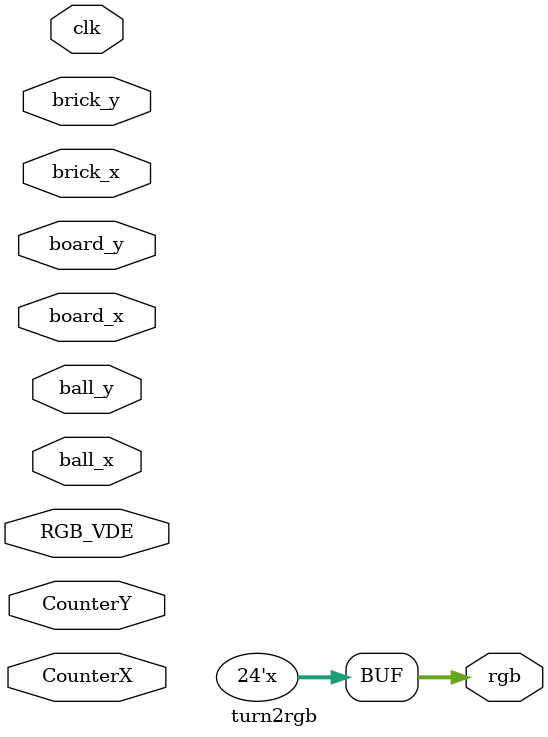
<source format=v>
`timescale 1ns / 1ps

(* keep_hierarchy = "yes" *)
module turn2rgb(
    (* DONT_TOUCH = "1" *) input clk,
    (* DONT_TOUCH = "1" *)  input RGB_VDE,
    input [11:0] CounterX,
    input [11:0] CounterY,
    input [3:0]ball_x,ball_y,
    (* DONT_TOUCH = "1" *) input [9:0]brick_x,brick_y,
    input [3:0]board_x,
   (* DONT_TOUCH = "1" *)  input board_y,
    output reg [23:0] rgb
    );
    reg [7:0] VGA_G_reg,VGA_B_reg,VGA_R_reg;
    always@(*)
    begin
        VGA_R_reg<=8'd255;
        VGA_G_reg<=8'd255;
        VGA_B_reg<=8'd255;
     if((CounterX>=ball_x*192)&&(CounterX<=(ball_x+1)*192)&&(CounterY>=ball_y*108)&&(CounterY<=(ball_y+1)*108))
   begin    VGA_R_reg<=0;                //LCDÏÔÊ¾È«ÂÌ
            VGA_G_reg<=8'd255;
            VGA_B_reg<=0;
   end
   if ((CounterY<=108)&&(CounterX>=0)&&(CounterX<=192))
   begin
        if((brick_x/1000000000)%10==1)
        begin
        VGA_R_reg<=0;            //LCDÏÔÊ¾È«ºÚ
        VGA_G_reg<=0;
        VGA_B_reg<=0;
        end
        else
        begin
            VGA_R_reg<=8'd255;                //LCDÏÔÊ¾È«bai
            VGA_G_reg<=8'd255;
            VGA_B_reg<=8'd255;
            end
   end
   if((CounterY<=108)&&(CounterX>=192)&&(CounterX<=384))
   begin
        if((brick_x/100000000)%10==1)
        begin
        VGA_R_reg<=0;            //LCDÏÔÊ¾È«ºÚ
        VGA_G_reg<=0;
        VGA_B_reg<=0;
        end
        else
        begin
            VGA_R_reg<=8'd255;                //LCDÏÔÊ¾È«bai
            VGA_G_reg<=8'd255;
            VGA_B_reg<=8'd255;
            end
        end
  if((CounterY<=108)&&(CounterX>=384)&&(CounterX<=576))
   begin
        if((brick_x/10000000)%10==1)
        begin
        VGA_R_reg<=0;            //LCDÏÔÊ¾È«ºÚ
        VGA_G_reg<=0;
        VGA_B_reg<=0;
        end
        else
        begin
            VGA_R_reg<=8'd255;                //LCDÏÔÊ¾È«bai
            VGA_G_reg<=8'd255;
            VGA_B_reg<=8'd255;
            end
        end
   if((CounterY<=108)&&(CounterX>=576)&&(CounterX<=768))
   begin
        if((brick_x/1000000)%10==1)
        begin
        VGA_R_reg<=0;            //LCDÏÔÊ¾È«ºÚ
        VGA_G_reg<=0;
        VGA_B_reg<=0;
        end
        else
        begin
            VGA_R_reg<=8'd255;                //LCDÏÔÊ¾È«bai
            VGA_G_reg<=8'd255;
            VGA_B_reg<=8'd255;
            end
        end
   if((CounterY<=108)&&(CounterX>=768)&&(CounterX<=916))
   begin
        if((brick_x/100000)%10==1)
        begin
        VGA_R_reg<=0;            //LCDÏÔÊ¾È«ºÚ
        VGA_G_reg<=0;
        VGA_B_reg<=0;
        end
        else
        begin
            VGA_R_reg<=8'd255;                //LCDÏÔÊ¾È«bai
            VGA_G_reg<=8'd255;
            VGA_B_reg<=8'd255;
            end
        end
   if((CounterY<=108)&&(CounterX>=916)&&(CounterX<=1152))
   begin
        if((brick_x/10000)%10==1)
        begin
        VGA_R_reg<=0;            //LCDÏÔÊ¾È«ºÚ
        VGA_G_reg<=0;
        VGA_B_reg<=0;
        end
        else
        begin
            VGA_R_reg<=8'd255;                //LCDÏÔÊ¾È«bai
            VGA_G_reg<=8'd255;
            VGA_B_reg<=8'd255;
            end
        end
   if((CounterY<=108)&&(CounterX>=1152)&&(CounterX<=1344))
   begin
        if((brick_x/1000)%10==1)
        begin
        VGA_R_reg<=0;            //LCDÏÔÊ¾È«ºÚ
        VGA_G_reg<=0;
        VGA_B_reg<=0;
        end
        else
        begin
            VGA_R_reg<=8'd255;                //LCDÏÔÊ¾È«bai
            VGA_G_reg<=8'd255;
            VGA_B_reg<=8'd255;
            end
        end
   if((CounterY<=108)&&(CounterX>=1344)&&(CounterX<=1536))
   begin
        if((brick_x/100)%10==1)
        begin
        VGA_R_reg<=0;            //LCDÏÔÊ¾È«ºÚ
        VGA_G_reg<=0;
        VGA_B_reg<=0;
        end
        else
        begin
            VGA_R_reg<=8'd255;                //LCDÏÔÊ¾È«bai
            VGA_G_reg<=8'd255;
            VGA_B_reg<=8'd255;
            end
        end  
   if((CounterY<=108)&&(CounterX>=1536)&&(CounterX<=1728))
   begin
        if((brick_x/10)%10==1)
        begin
        VGA_R_reg<=0;            //LCDÏÔÊ¾È«ºÚ
        VGA_G_reg<=0;
        VGA_B_reg<=0;
        end
        else
        begin
            VGA_R_reg<=8'd255;                //LCDÏÔÊ¾È«bai
            VGA_G_reg<=8'd255;
            VGA_B_reg<=8'd255;
            end
        end  
   if((CounterY<=108)&&(CounterX>=1728)&&(CounterX<=1920))
   begin
        if((brick_x/1)%10==1)
        begin
        VGA_R_reg<=0;            //LCDÏÔÊ¾È«ºÚ
        VGA_G_reg<=0;
        VGA_B_reg<=0;
        end
        else
        begin
            VGA_R_reg<=8'd255;                //LCDÏÔÊ¾È«bai
            VGA_G_reg<=8'd255;
            VGA_B_reg<=8'd255;
            end
        end
    if((CounterY<=1080)&&(CounterY>=972)&&(CounterX>=(board_x-1)*192)&&(CounterX<=(board_x+1)*192))  
    begin     
			     VGA_R_reg<=0;                         //LCDÏÔÊ¾È«À¶
                 VGA_G_reg<=0;
                 VGA_B_reg<=8'd255;
    end
     rgb<={VGA_R_reg,VGA_G_reg,VGA_B_reg};
    end
endmodule

</source>
